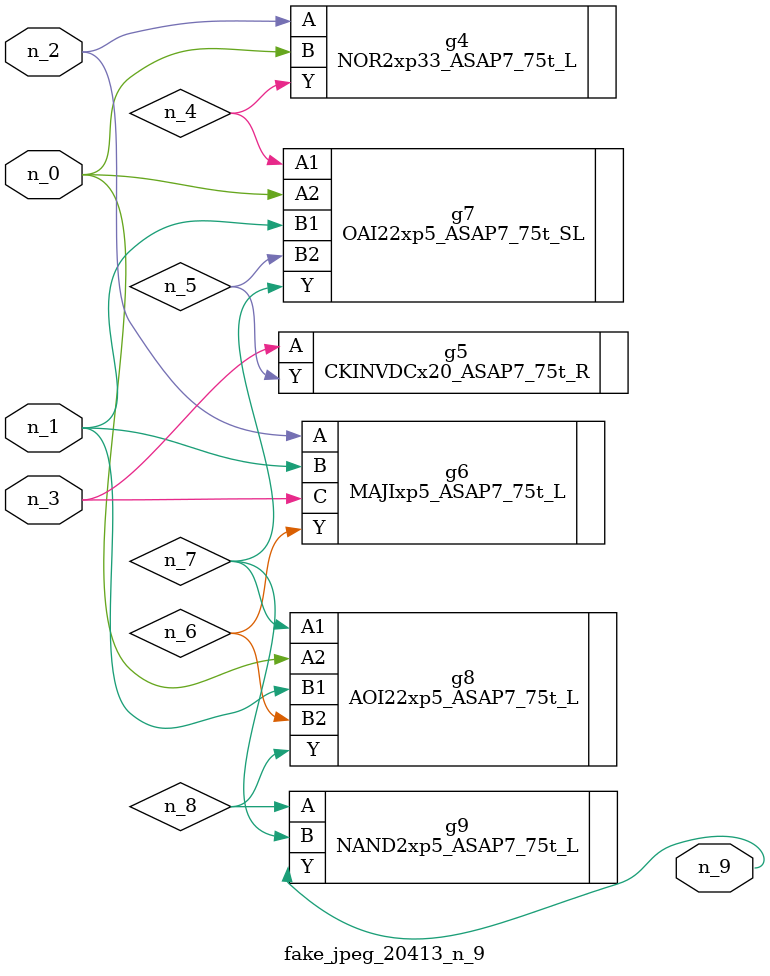
<source format=v>
module fake_jpeg_20413_n_9 (n_0, n_3, n_2, n_1, n_9);

input n_0;
input n_3;
input n_2;
input n_1;

output n_9;

wire n_4;
wire n_8;
wire n_6;
wire n_5;
wire n_7;

NOR2xp33_ASAP7_75t_L g4 ( 
.A(n_2),
.B(n_0),
.Y(n_4)
);

CKINVDCx20_ASAP7_75t_R g5 ( 
.A(n_3),
.Y(n_5)
);

MAJIxp5_ASAP7_75t_L g6 ( 
.A(n_2),
.B(n_1),
.C(n_3),
.Y(n_6)
);

OAI22xp5_ASAP7_75t_SL g7 ( 
.A1(n_4),
.A2(n_0),
.B1(n_1),
.B2(n_5),
.Y(n_7)
);

AOI22xp5_ASAP7_75t_L g8 ( 
.A1(n_7),
.A2(n_0),
.B1(n_1),
.B2(n_6),
.Y(n_8)
);

NAND2xp5_ASAP7_75t_L g9 ( 
.A(n_8),
.B(n_7),
.Y(n_9)
);


endmodule
</source>
